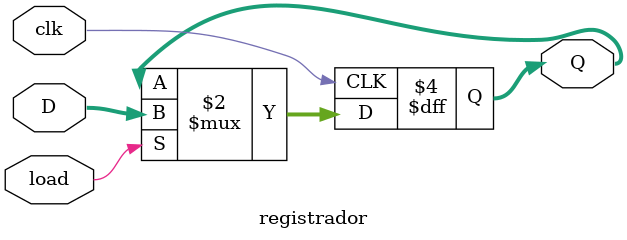
<source format=v>
/* Grupo 15
Aluno: Pedro Freitas Fassini, NUSP: 12566571
Aluno: Antônio Freitas Fassini, NUSP:12551032 
Aluno: Gustavo Scardino, NUSP: 11797229
Arquivo: Código do Registrador Parametrizável*/



module registrador #(parameter N=8) 
(
    input [N-1:0] D,
    input load,
    input clk,
    output  reg signed [N-1:0] Q
);
    


always @(posedge clk ) begin
    
    if (load) Q <= D;
end



endmodule
</source>
